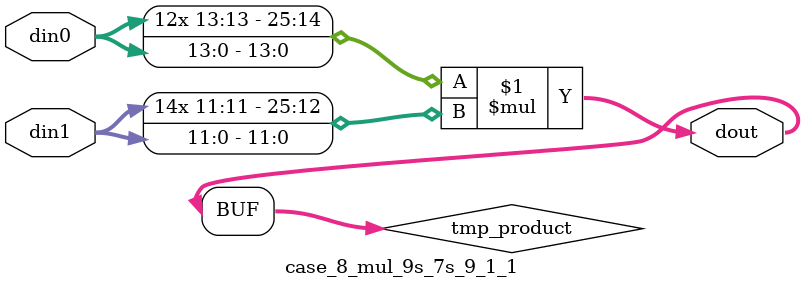
<source format=v>

`timescale 1 ns / 1 ps

 module case_8_mul_9s_7s_9_1_1(din0, din1, dout);
parameter ID = 1;
parameter NUM_STAGE = 0;
parameter din0_WIDTH = 14;
parameter din1_WIDTH = 12;
parameter dout_WIDTH = 26;

input [din0_WIDTH - 1 : 0] din0; 
input [din1_WIDTH - 1 : 0] din1; 
output [dout_WIDTH - 1 : 0] dout;

wire signed [dout_WIDTH - 1 : 0] tmp_product;



























assign tmp_product = $signed(din0) * $signed(din1);








assign dout = tmp_product;





















endmodule

</source>
